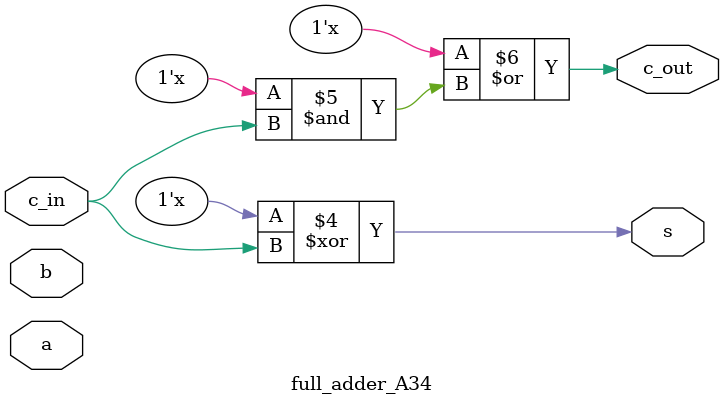
<source format=sv>
`timescale 1ns/1ps
module full_adder_A34(input logic a, b, c_in,
                      output logic s, c_out);

          logic p, g;
          always_comb
             begin
               p <= a ^ b;     // non-blocking
               g <= a & b;    // non-blocking

               s <= p ^ c_in;
               c_out <= g | (p & c_in);
             end
endmodule


</source>
